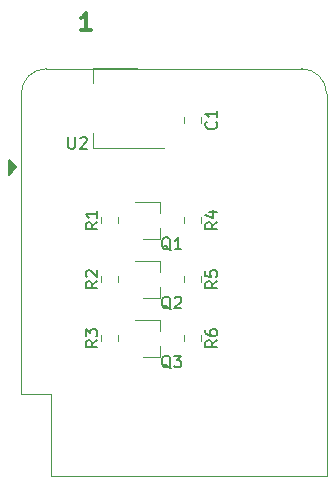
<source format=gbr>
G04 #@! TF.GenerationSoftware,KiCad,Pcbnew,(5.1.5)-3*
G04 #@! TF.CreationDate,2021-09-10T12:23:28+10:00*
G04 #@! TF.ProjectId,MHI ESP,4d484920-4553-4502-9e6b-696361645f70,rev?*
G04 #@! TF.SameCoordinates,Original*
G04 #@! TF.FileFunction,Legend,Top*
G04 #@! TF.FilePolarity,Positive*
%FSLAX46Y46*%
G04 Gerber Fmt 4.6, Leading zero omitted, Abs format (unit mm)*
G04 Created by KiCad (PCBNEW (5.1.5)-3) date 2021-09-10 12:23:28*
%MOMM*%
%LPD*%
G04 APERTURE LIST*
%ADD10C,0.300000*%
%ADD11C,0.120000*%
%ADD12C,0.150000*%
G04 APERTURE END LIST*
D10*
X117928571Y-80928571D02*
X117071428Y-80928571D01*
X117500000Y-80928571D02*
X117500000Y-79428571D01*
X117357142Y-79642857D01*
X117214285Y-79785714D01*
X117071428Y-79857142D01*
D11*
X135730000Y-84160000D02*
G75*
G02X137860000Y-86290000I0J-2130000D01*
G01*
X112000000Y-86290000D02*
G75*
G02X114130000Y-84160000I2130000J0D01*
G01*
X114540000Y-111720000D02*
X114540000Y-118620000D01*
X112000000Y-111720000D02*
X114540000Y-111720000D01*
D12*
G36*
X110960000Y-91865000D02*
G01*
X110960000Y-93135000D01*
X111595000Y-92500000D01*
X110960000Y-91865000D01*
G37*
X110960000Y-91865000D02*
X110960000Y-93135000D01*
X111595000Y-92500000D01*
X110960000Y-91865000D01*
D11*
X135740000Y-84160000D02*
X114130000Y-84160000D01*
X137860000Y-118620000D02*
X137860000Y-86290000D01*
X112000000Y-111720000D02*
X112000000Y-86290000D01*
X114540000Y-118620000D02*
X137860000Y-118620000D01*
X124100000Y-90910000D02*
X118090000Y-90910000D01*
X121850000Y-84090000D02*
X118090000Y-84090000D01*
X118090000Y-90910000D02*
X118090000Y-89650000D01*
X118090000Y-84090000D02*
X118090000Y-85350000D01*
X125790000Y-106741422D02*
X125790000Y-107258578D01*
X127210000Y-106741422D02*
X127210000Y-107258578D01*
X125790000Y-101741422D02*
X125790000Y-102258578D01*
X127210000Y-101741422D02*
X127210000Y-102258578D01*
X125790000Y-96741422D02*
X125790000Y-97258578D01*
X127210000Y-96741422D02*
X127210000Y-97258578D01*
X118790000Y-106741422D02*
X118790000Y-107258578D01*
X120210000Y-106741422D02*
X120210000Y-107258578D01*
X118790000Y-101741422D02*
X118790000Y-102258578D01*
X120210000Y-101741422D02*
X120210000Y-102258578D01*
X118790000Y-96741422D02*
X118790000Y-97258578D01*
X120210000Y-96741422D02*
X120210000Y-97258578D01*
X123760000Y-108580000D02*
X122300000Y-108580000D01*
X123760000Y-105420000D02*
X121600000Y-105420000D01*
X123760000Y-105420000D02*
X123760000Y-106350000D01*
X123760000Y-108580000D02*
X123760000Y-107650000D01*
X123760000Y-103580000D02*
X122300000Y-103580000D01*
X123760000Y-100420000D02*
X121600000Y-100420000D01*
X123760000Y-100420000D02*
X123760000Y-101350000D01*
X123760000Y-103580000D02*
X123760000Y-102650000D01*
X123760000Y-98580000D02*
X122300000Y-98580000D01*
X123760000Y-95420000D02*
X121600000Y-95420000D01*
X123760000Y-95420000D02*
X123760000Y-96350000D01*
X123760000Y-98580000D02*
X123760000Y-97650000D01*
X125790000Y-88241422D02*
X125790000Y-88758578D01*
X127210000Y-88241422D02*
X127210000Y-88758578D01*
D12*
X115988095Y-89952380D02*
X115988095Y-90761904D01*
X116035714Y-90857142D01*
X116083333Y-90904761D01*
X116178571Y-90952380D01*
X116369047Y-90952380D01*
X116464285Y-90904761D01*
X116511904Y-90857142D01*
X116559523Y-90761904D01*
X116559523Y-89952380D01*
X116988095Y-90047619D02*
X117035714Y-90000000D01*
X117130952Y-89952380D01*
X117369047Y-89952380D01*
X117464285Y-90000000D01*
X117511904Y-90047619D01*
X117559523Y-90142857D01*
X117559523Y-90238095D01*
X117511904Y-90380952D01*
X116940476Y-90952380D01*
X117559523Y-90952380D01*
X128602380Y-107166666D02*
X128126190Y-107500000D01*
X128602380Y-107738095D02*
X127602380Y-107738095D01*
X127602380Y-107357142D01*
X127650000Y-107261904D01*
X127697619Y-107214285D01*
X127792857Y-107166666D01*
X127935714Y-107166666D01*
X128030952Y-107214285D01*
X128078571Y-107261904D01*
X128126190Y-107357142D01*
X128126190Y-107738095D01*
X127602380Y-106309523D02*
X127602380Y-106500000D01*
X127650000Y-106595238D01*
X127697619Y-106642857D01*
X127840476Y-106738095D01*
X128030952Y-106785714D01*
X128411904Y-106785714D01*
X128507142Y-106738095D01*
X128554761Y-106690476D01*
X128602380Y-106595238D01*
X128602380Y-106404761D01*
X128554761Y-106309523D01*
X128507142Y-106261904D01*
X128411904Y-106214285D01*
X128173809Y-106214285D01*
X128078571Y-106261904D01*
X128030952Y-106309523D01*
X127983333Y-106404761D01*
X127983333Y-106595238D01*
X128030952Y-106690476D01*
X128078571Y-106738095D01*
X128173809Y-106785714D01*
X128602380Y-102166666D02*
X128126190Y-102500000D01*
X128602380Y-102738095D02*
X127602380Y-102738095D01*
X127602380Y-102357142D01*
X127650000Y-102261904D01*
X127697619Y-102214285D01*
X127792857Y-102166666D01*
X127935714Y-102166666D01*
X128030952Y-102214285D01*
X128078571Y-102261904D01*
X128126190Y-102357142D01*
X128126190Y-102738095D01*
X127602380Y-101261904D02*
X127602380Y-101738095D01*
X128078571Y-101785714D01*
X128030952Y-101738095D01*
X127983333Y-101642857D01*
X127983333Y-101404761D01*
X128030952Y-101309523D01*
X128078571Y-101261904D01*
X128173809Y-101214285D01*
X128411904Y-101214285D01*
X128507142Y-101261904D01*
X128554761Y-101309523D01*
X128602380Y-101404761D01*
X128602380Y-101642857D01*
X128554761Y-101738095D01*
X128507142Y-101785714D01*
X128602380Y-97166666D02*
X128126190Y-97500000D01*
X128602380Y-97738095D02*
X127602380Y-97738095D01*
X127602380Y-97357142D01*
X127650000Y-97261904D01*
X127697619Y-97214285D01*
X127792857Y-97166666D01*
X127935714Y-97166666D01*
X128030952Y-97214285D01*
X128078571Y-97261904D01*
X128126190Y-97357142D01*
X128126190Y-97738095D01*
X127935714Y-96309523D02*
X128602380Y-96309523D01*
X127554761Y-96547619D02*
X128269047Y-96785714D01*
X128269047Y-96166666D01*
X118452380Y-107166666D02*
X117976190Y-107500000D01*
X118452380Y-107738095D02*
X117452380Y-107738095D01*
X117452380Y-107357142D01*
X117500000Y-107261904D01*
X117547619Y-107214285D01*
X117642857Y-107166666D01*
X117785714Y-107166666D01*
X117880952Y-107214285D01*
X117928571Y-107261904D01*
X117976190Y-107357142D01*
X117976190Y-107738095D01*
X117452380Y-106833333D02*
X117452380Y-106214285D01*
X117833333Y-106547619D01*
X117833333Y-106404761D01*
X117880952Y-106309523D01*
X117928571Y-106261904D01*
X118023809Y-106214285D01*
X118261904Y-106214285D01*
X118357142Y-106261904D01*
X118404761Y-106309523D01*
X118452380Y-106404761D01*
X118452380Y-106690476D01*
X118404761Y-106785714D01*
X118357142Y-106833333D01*
X118452380Y-102166666D02*
X117976190Y-102500000D01*
X118452380Y-102738095D02*
X117452380Y-102738095D01*
X117452380Y-102357142D01*
X117500000Y-102261904D01*
X117547619Y-102214285D01*
X117642857Y-102166666D01*
X117785714Y-102166666D01*
X117880952Y-102214285D01*
X117928571Y-102261904D01*
X117976190Y-102357142D01*
X117976190Y-102738095D01*
X117547619Y-101785714D02*
X117500000Y-101738095D01*
X117452380Y-101642857D01*
X117452380Y-101404761D01*
X117500000Y-101309523D01*
X117547619Y-101261904D01*
X117642857Y-101214285D01*
X117738095Y-101214285D01*
X117880952Y-101261904D01*
X118452380Y-101833333D01*
X118452380Y-101214285D01*
X118452380Y-97166666D02*
X117976190Y-97500000D01*
X118452380Y-97738095D02*
X117452380Y-97738095D01*
X117452380Y-97357142D01*
X117500000Y-97261904D01*
X117547619Y-97214285D01*
X117642857Y-97166666D01*
X117785714Y-97166666D01*
X117880952Y-97214285D01*
X117928571Y-97261904D01*
X117976190Y-97357142D01*
X117976190Y-97738095D01*
X118452380Y-96214285D02*
X118452380Y-96785714D01*
X118452380Y-96500000D02*
X117452380Y-96500000D01*
X117595238Y-96595238D01*
X117690476Y-96690476D01*
X117738095Y-96785714D01*
X124654761Y-109547619D02*
X124559523Y-109500000D01*
X124464285Y-109404761D01*
X124321428Y-109261904D01*
X124226190Y-109214285D01*
X124130952Y-109214285D01*
X124178571Y-109452380D02*
X124083333Y-109404761D01*
X123988095Y-109309523D01*
X123940476Y-109119047D01*
X123940476Y-108785714D01*
X123988095Y-108595238D01*
X124083333Y-108500000D01*
X124178571Y-108452380D01*
X124369047Y-108452380D01*
X124464285Y-108500000D01*
X124559523Y-108595238D01*
X124607142Y-108785714D01*
X124607142Y-109119047D01*
X124559523Y-109309523D01*
X124464285Y-109404761D01*
X124369047Y-109452380D01*
X124178571Y-109452380D01*
X124940476Y-108452380D02*
X125559523Y-108452380D01*
X125226190Y-108833333D01*
X125369047Y-108833333D01*
X125464285Y-108880952D01*
X125511904Y-108928571D01*
X125559523Y-109023809D01*
X125559523Y-109261904D01*
X125511904Y-109357142D01*
X125464285Y-109404761D01*
X125369047Y-109452380D01*
X125083333Y-109452380D01*
X124988095Y-109404761D01*
X124940476Y-109357142D01*
X124654761Y-104547619D02*
X124559523Y-104500000D01*
X124464285Y-104404761D01*
X124321428Y-104261904D01*
X124226190Y-104214285D01*
X124130952Y-104214285D01*
X124178571Y-104452380D02*
X124083333Y-104404761D01*
X123988095Y-104309523D01*
X123940476Y-104119047D01*
X123940476Y-103785714D01*
X123988095Y-103595238D01*
X124083333Y-103500000D01*
X124178571Y-103452380D01*
X124369047Y-103452380D01*
X124464285Y-103500000D01*
X124559523Y-103595238D01*
X124607142Y-103785714D01*
X124607142Y-104119047D01*
X124559523Y-104309523D01*
X124464285Y-104404761D01*
X124369047Y-104452380D01*
X124178571Y-104452380D01*
X124988095Y-103547619D02*
X125035714Y-103500000D01*
X125130952Y-103452380D01*
X125369047Y-103452380D01*
X125464285Y-103500000D01*
X125511904Y-103547619D01*
X125559523Y-103642857D01*
X125559523Y-103738095D01*
X125511904Y-103880952D01*
X124940476Y-104452380D01*
X125559523Y-104452380D01*
X124654761Y-99547619D02*
X124559523Y-99500000D01*
X124464285Y-99404761D01*
X124321428Y-99261904D01*
X124226190Y-99214285D01*
X124130952Y-99214285D01*
X124178571Y-99452380D02*
X124083333Y-99404761D01*
X123988095Y-99309523D01*
X123940476Y-99119047D01*
X123940476Y-98785714D01*
X123988095Y-98595238D01*
X124083333Y-98500000D01*
X124178571Y-98452380D01*
X124369047Y-98452380D01*
X124464285Y-98500000D01*
X124559523Y-98595238D01*
X124607142Y-98785714D01*
X124607142Y-99119047D01*
X124559523Y-99309523D01*
X124464285Y-99404761D01*
X124369047Y-99452380D01*
X124178571Y-99452380D01*
X125559523Y-99452380D02*
X124988095Y-99452380D01*
X125273809Y-99452380D02*
X125273809Y-98452380D01*
X125178571Y-98595238D01*
X125083333Y-98690476D01*
X124988095Y-98738095D01*
X128507142Y-88666666D02*
X128554761Y-88714285D01*
X128602380Y-88857142D01*
X128602380Y-88952380D01*
X128554761Y-89095238D01*
X128459523Y-89190476D01*
X128364285Y-89238095D01*
X128173809Y-89285714D01*
X128030952Y-89285714D01*
X127840476Y-89238095D01*
X127745238Y-89190476D01*
X127650000Y-89095238D01*
X127602380Y-88952380D01*
X127602380Y-88857142D01*
X127650000Y-88714285D01*
X127697619Y-88666666D01*
X128602380Y-87714285D02*
X128602380Y-88285714D01*
X128602380Y-88000000D02*
X127602380Y-88000000D01*
X127745238Y-88095238D01*
X127840476Y-88190476D01*
X127888095Y-88285714D01*
M02*

</source>
